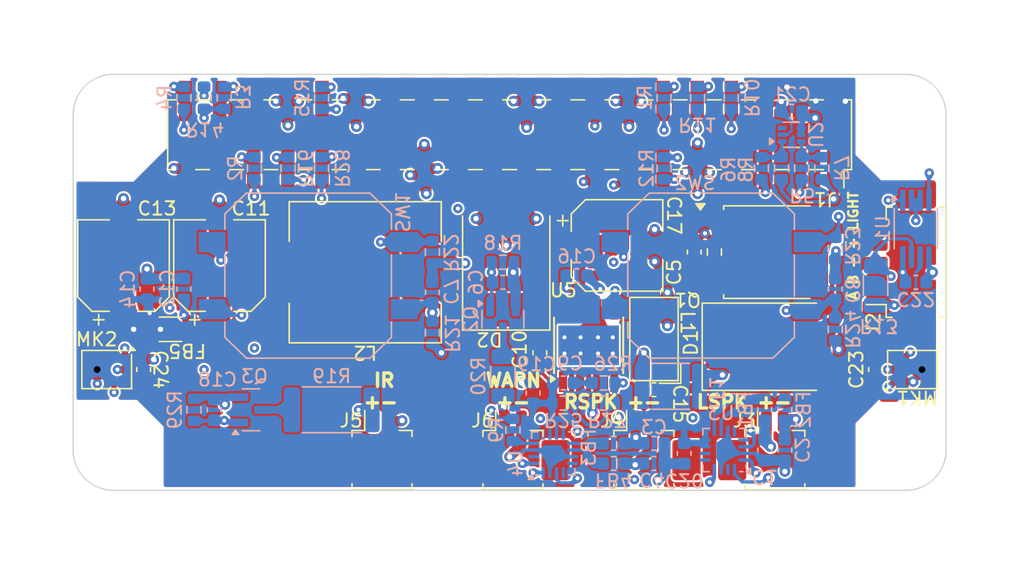
<source format=kicad_pcb>
(kicad_pcb (version 20240108) (generator "pcbnew") (generator_version "8.0")
  (title_block (date "15 nov 2012"))
  (layers (0 "F.Cu" signal) (1 "In1.Cu" signal) (2 "In2.Cu" signal) (3 "In3.Cu" signal) (4 "In4.Cu" signal) (31 "B.Cu" signal) (34 "B.Paste" user) (35 "F.Paste" user) (36 "B.SilkS" user "B.Silkscreen") (37 "F.SilkS" user "F.Silkscreen") (38 "B.Mask" user) (39 "F.Mask" user) (44 "Edge.Cuts" user))
  (net 0 "")
  (net 1 "GND")
  (net 2 "/GPIO2{slash}SDA1")
  (net 3 "/GPIO3{slash}SCL1")
  (net 4 "/GPIO4{slash}GPCLK0")
  (net 5 "/GPIO14{slash}TXD0")
  (net 6 "/GPIO15{slash}RXD0")
  (net 7 "/GPIO17")
  (net 8 "/GPIO27")
  (net 9 "/GPIO22")
  (net 10 "/GPIO26")
  (net 11 "/GPIO24")
  (net 12 "/GPIO10{slash}SPI0.MOSI")
  (net 13 "/GPIO9{slash}SPI0.MISO")
  (net 14 "/GPIO25")
  (net 15 "/GPIO11{slash}SPI0.SCLK")
  (net 16 "/GPIO8{slash}SPI0.CE0")
  (net 17 "/GPIO7{slash}SPI0.CE1")
  (net 18 "/ID_SDA")
  (net 19 "/ID_SCL")
  (net 20 "/GPIO5")
  (net 21 "/GPIO6")
  (net 22 "/GPIO12{slash}PWM0")
  (net 23 "/GPIO13{slash}PWM1")
  (net 24 "/GPIO16")
  (net 25 "+5V")
  (net 26 "/TX")
  (net 27 "/DE")
  (net 28 "/RX")
  (net 29 "/B")
  (net 30 "+3.3V")
  (net 31 "/A")
  (net 32 "GNDPWR")
  (net 33 "/W_LED_G")
  (net 34 "/IR_LED_G")
  (net 35 "/Power/V_SENSE_C")
  (net 36 "Net-(U5-BOOT)")
  (net 37 "/Power/PH")
  (net 38 "/Power/+5V_NF")
  (net 39 "/Power/24V_F")
  (net 40 "/Power/24V_CM")
  (net 41 "/Power/24V_D")
  (net 42 "+24V")
  (net 43 "/Audio/L_OUTP")
  (net 44 "/Audio/L_OUTN")
  (net 45 "/Audio/R_OUTP")
  (net 46 "/Audio/R_OUTN")
  (net 47 "/W_LED")
  (net 48 "/Audio/PCM.FS")
  (net 49 "/Audio/PCM.CLK")
  (net 50 "/Audio/PCM.DIN")
  (net 51 "L_SPKP")
  (net 52 "L_SPKN")
  (net 53 "R_SPKP")
  (net 54 "R_SPKN")
  (net 55 "/Audio/PCM.DOUT")
  (net 56 "/SDA1")
  (net 57 "/SCL1")
  (net 58 "GPIO18{slash}PCM.CLK")
  (net 59 "/Audio/SD_R")
  (net 60 "/IR_LED")
  (net 61 "/RED_LED")
  (net 62 "/SW1_N")
  (net 63 "/SW2_N")
  (net 64 "/Power/V_SENSE")
  (net 79 "GPIO19{slash}PCM.FS")
  (net 80 "GPIO20{slash}PCM.DIN")
  (net 81 "GPIO21{slash}PCM.DOUT")
  (net 82 "GPIO23")
  (net 83 "/R_LED_G")
  (net 84 "/R_LED_D")
  (net 85 "/IR_LED_D")
  (footprint "Connector_PinSocket_2.54mm:PinSocket_2x20_P2.54mm_Vertical_SMD" (layer "F.Cu") (at 132.5 73.5 -90)
    (property "Reference" "J1")
    (property "Value" "PM254-2-20-S-8.5")
  )
  (footprint "Hera:L_CommonModeChoke_4.5x3.2" (layer "F.Cu") (at 143.25 88.725 180)
    (property "Reference" "L1")
    (property "Value" "AWPC00453226601M00")
  )
  (footprint "Diode_SMD:D_SMC" (layer "F.Cu") (at 151.75 89.3)
    (property "Reference" "D1")
    (property "Value" "SS54 SMC")
  )
  (footprint "MountingHole:MountingHole_2.7mm_M2.5" (layer "F.Cu") (at 161.5 73.5)
    (property "Reference" "MH2" (hide yes))
    (property "Value" "MountingHole_2.7mm_M2.5" (hide yes))
  )
  (footprint "Diode_SMD:D_SMC" (layer "F.Cu") (at 132.25 83.15 90)
    (property "Reference" "D2")
    (property "Value" "SS54 SMC")
  )
  (footprint "Connector_Molex:Molex_PicoBlade_53261-0571_1x05-1MP_P1.25mm_Horizontal" (layer "F.Cu") (at 162.25 83 90)
    (property "Reference" "J2")
    (property "Value" "HCZZ0001-5 PicoBlade SMD 1.25mm 1x5")
  )
  (footprint "Capacitor_SMD:C_0603_1608Metric" (layer "F.Cu") (at 143.25 92.5 180)
    (property "Reference" "C15")
    (property "Value" "1uF 0603 50V X5R")
  )
  (footprint "Capacitor_SMD:C_0603_1608Metric" (layer "F.Cu") (at 105.25 91 -90)
    (property "Reference" "C24")
    (property "Value" "10uF 0603 6.3V X5R")
  )
  (footprint "Capacitor_SMD:C_0603_1608Metric" (layer "F.Cu") (at 134.75 89.75 -90)
    (property "Reference" "C10")
    (property "Value" "10nF 0603 50V X7R")
  )
  (footprint "Connector_Molex:Molex_PicoBlade_53261-0271_1x02-1MP_P1.25mm_Horizontal" (layer "F.Cu") (at 132.75 97.25)
    (property "Reference" "J6")
    (property "Value" "HCZZ0001-2 PicoBlade SMD 1.25mm 1x5")
  )
  (footprint "Inductor_SMD:L_1206_3216Metric" (layer "F.Cu") (at 107.25 88 180)
    (property "Reference" "FB5")
    (property "Value" "35mOhm 120Ohm@100MHz 1206")
  )
  (footprint "Connector_Molex:Molex_PicoBlade_53261-0271_1x02-1MP_P1.25mm_Horizontal" (layer "F.Cu") (at 152.25 97.25)
    (property "Reference" "J3")
    (property "Value" "HCZZ0001-2 PicoBlade SMD 1.25mm 1x5")
  )
  (footprint "Capacitor_SMD:CP_Elec_6.3x5.4" (layer "F.Cu") (at 140.5 81.75)
    (property "Reference" "C17")
    (property "Value" "100uF 35V D6.3xL5.4mm")
  )
  (footprint "Connector_Molex:Molex_PicoBlade_53261-0271_1x02-1MP_P1.25mm_Horizontal" (layer "F.Cu") (at 123 97.25)
    (property "Reference" "J5")
    (property "Value" "HCZZ0001-2 PicoBlade SMD 1.25mm 1x5")
  )
  (footprint "Sensor_Audio:InvenSense_ICS-43434-6_3.5x2.65mm" (layer "F.Cu") (at 102.5 91 -90)
    (property "Reference" "MK2")
    (property "Value" "ICS-43434")
  )
  (footprint "MountingHole:MountingHole_2.7mm_M2.5" (layer "F.Cu") (at 103.5 96.5)
    (property "Reference" "MH3" (hide yes))
    (property "Value" "MountingHole_2.7mm_M2.5" (hide yes))
  )
  (footprint "Package_TO_SOT_SMD:TO-252-2" (layer "F.Cu") (at 151.75 82.25)
    (property "Reference" "Q1")
    (property "Value" "NCE2060AK")
  )
  (footprint "MountingHole:MountingHole_2.7mm_M2.5" (layer "F.Cu") (at 103.5 73.5)
    (property "Reference" "MH1" (hide yes))
    (property "Value" "MountingHole_2.7mm_M2.5" (hide yes))
  )
  (footprint "Package_SO:TI_SO-PowerPAD-8_ThermalVias" (layer "F.Cu") (at 138.385 89.2 90)
    (property "Reference" "U5")
    (property "Value" "TPS5430DDA")
  )
  (footprint "Capacitor_SMD:C_0603_1608Metric" (layer "F.Cu") (at 146.25 82.25 -90)
    (property "Reference" "C5")
    (property "Value" "8.2nF 0603 50V X7R")
  )
  (footprint "Connector_Molex:Molex_PicoBlade_53261-0271_1x02-1MP_P1.25mm_Horizontal" (layer "F.Cu") (at 142.5 97.25)
    (property "Reference" "J4")
    (property "Value" "HCZZ0001-2 PicoBlade SMD 1.25mm 1x5")
  )
  (footprint "Capacitor_SMD:C_0603_1608Metric" (layer "F.Cu") (at 159.75 91 90)
    (property "Reference" "C23")
    (property "Value" "10uF 0603 6.3V X5R")
  )
  (footprint "Capacitor_SMD:CP_Elec_6.3x5.4" (layer "F.Cu") (at 103.75 83.25 90)
    (property "Reference" "C13")
    (property "Value" "330uF 6.3V D6.3xL5.4mm")
  )
  (footprint "MountingHole:MountingHole_2.7mm_M2.5" (layer "F.Cu") (at 161.5 96.5)
    (property "Reference" "MH4" (hide yes))
    (property "Value" "MountingHole_2.7mm_M2.5" (hide yes))
  )
  (footprint "Sensor_Audio:InvenSense_ICS-43434-6_3.5x2.65mm" (layer "F.Cu") (at 162.5 91 90)
    (property "Reference" "MK1")
    (property "Value" "ICS-43434")
  )
  (footprint "Resistor_SMD:R_0603_1608Metric" (layer "F.Cu") (at 147.75 82.25 90)
    (property "Reference" "R17" (hide yes))
    (property "Value" "10k 0603 100mW")
  )
  (footprint "Inductor_SMD:L_APV_APH1040" (layer "F.Cu") (at 121.75 83.75 180)
    (property "Reference" "L2")
    (property "Value" "SMMS1040-150M 15uH 4.5A 11.5x10x4mm")
  )
  (footprint "Capacitor_SMD:CP_Elec_6.3x5.4" (layer "F.Cu") (at 110.9 83.25 90)
    (property "Reference" "C11")
    (property "Value" "330uF 6.3V D6.3xL5.4mm")
  )
  (footprint "Resistor_SMD:R_0603_1608Metric" (layer "B.Cu") (at 151.25 76 90)
    (property "Reference" "R6")
    (property "Value" "51R 0603 100mW")
  )
  (footprint "Inductor_SMD:L_0603_1608Metric" (layer "B.Cu") (at 151.5 94 -90)
    (property "Reference" "FB1")
    (property "Value" "70mOhm 330Ohm@100MHz 0603")
  )
  (footprint "Package_DFN_QFN:TQFN-16-1EP_3x3mm_P0.5mm_EP1.23x1.23mm" (layer "B.Cu") (at 135.75 97.25)
    (property "Reference" "U4")
    (property "Value" "MAX98357A")
  )
  (footprint "Resistor_SMD:R_0603_1608Metric" (layer "B.Cu") (at 156.75 88 90)
    (property "Reference" "R24")
    (property "Value" "10k 0603 100mW")
  )
  (footprint "Resistor_SMD:R_0603_1608Metric" (layer "B.Cu") (at 111.25 70.75 -90)
    (property "Reference" "R3")
    (property "Value" "51R 0603 100mW")
  )
  (footprint "Inductor_SMD:L_0603_1608Metric" (layer "B.Cu") (at 153 94 -90)
    (property "Reference" "FB2")
    (property "Value" "70mOhm 330Ohm@100MHz 0603")
  )
  (footprint "Capacitor_SMD:C_0603_1608Metric" (layer "B.Cu") (at 145.5 97.25 90)
    (property "Reference" "C20")
    (property "Value" "10uF 0603 6.3V X5R")
  )
  (footprint "Capacitor_SMD:C_0603_1608Metric" (layer "B.Cu") (at 151.5 97 -90)
    (property "Reference" "C1")
    (property "Value" "470pF 0603 50V X7R")
  )
  (footprint "Resistor_SMD:R_0603_1608Metric" (layer "B.Cu") (at 118.5 70.75 -90)
    (property "Reference" "R15")
    (property "Value" "1k 0603 100mW")
  )
  (footprint "Resistor_SMD:R_0603_1608Metric" (layer "B.Cu") (at 156.75 82 -90)
    (property "Reference" "R23")
    (property "Value" "1k 0603 100mW")
  )
  (footprint "Capacitor_SMD:C_0603_1608Metric" (layer "B.Cu") (at 134.25 92.75 -90)
    (property "Reference" "C19")
    (property "Value" "10uF 0603 6.3V X5R")
  )
  (footprint "Capacitor_SMD:C_0603_1608Metric" (layer "B.Cu") (at 143.25 98 180)
    (property "Reference" "C4")
    (property "Value" "470pF 0603 50V X7R")
  )
  (footprint "Capacitor_SMD:C_0603_1608Metric" (layer "B.Cu") (at 153.5 71.75)
    (property "Reference" "C21")
    (property "Value" "10uF 0603 6.3V X5R")
  )
  (footprint "Fuse:Fuse_1812_4532Metric" (layer "B.Cu") (at 144.5 92.25 180)
    (property "Reference" "F1")
    (property "Value" "mSMD075-33")
  )
  (footprint "Package_TO_SOT_SMD:SOT-563" (layer "B.Cu") (at 153.5 73.5)
    (property "Reference" "U2")
    (property "Value" "TMP102AIDRLR")
  )
  (footprint "Inductor_SMD:L_0603_1608Metric" (layer "B.Cu") (at 140.25 96.5)
    (property "Reference" "FB3")
    (property "Value" "70mOhm 330Ohm@100MHz 0603")
  )
  (footprint "Resistor_SMD:R_0603_1608Metric" (layer "B.Cu") (at 126.75 82.25 -90)
    (property "Reference" "R22")
    (property "Value" "1k 0603 100mW")
  )
  (footprint "Package_TO_SOT_SMD:SOT-23" (layer "B.Cu") (at 113.25 94)
    (property "Reference" "Q3")
    (property "Value" "AO3400A")
  )
  (footprint "Capacitor_SMD:C_0603_1608Metric" (layer "B.Cu") (at 153 97 90)
    (property "Reference" "C2")
    (property "Value" "470pF 0603 50V X7R")
  )
  (footprint "Inductor_SMD:L_0603_1608Metric" (layer "B.Cu") (at 140.25 98)
    (property "Reference" "FB4")
    (property "Value" "70mOhm 330Ohm@100MHz 0603")
  )
  (footprint "Capacitor_SMD:C_0603_1608Metric" (layer "B.Cu") (at 110.5 94 90)
    (property "Reference" "C18")
    (property "Value" "8.2nF 0603 50V X7R")
  )
  (footprint "Resistor_SMD:R_0603_1608Metric" (layer "B.Cu") (at 149 70.75 -90)
    (property "Reference" "R10")
    (property "Value" "51R 0603 100mW")
  )
  (footprint "Resistor_SMD:R_0603_1608Metric" (layer "B.Cu") (at 132 83 180)
    (property "Reference" "R18")
    (property "Value" "10k 0603 100mW")
  )
  (footprint "Resistor_SMD:R_0603_1608Metric" (layer "B.Cu") (at 136.5 93.5 180)
    (property "Reference" "R25")
    (property "Value" "6.8k 0603 100mW")
  )
  (footprint "Package_SO:MSOP-8_3x3mm_P0.65mm" (layer "B.Cu") (at 162.75 80.5 -90)
    (property "Reference" "U1")
    (property "Value" "CS48505M")
  )
  (footprint "Resistor_SMD:R_0603_1608Metric" (layer "B.Cu") (at 113.5 76 -90)
    (property "Reference" "R2")
    (property "Value" "51R 0603 100mW")
  )
  (footprint "Capacitor_SMD:C_0603_1608Metric" (layer "B.Cu") (at 132 84.5)
    (property "Reference" "C6")
    (property "Value" "8.2nF 0603 50V X7R")
  )
  (footprint "Resistor_SMD:R_0603_1608Metric" (layer "B.Cu") (at 154.25 76 90)
    (property "Reference" "R5")
    (property "Value" "51R 0603 100mW")
  )
  (footprint "Capacitor_SMD:C_0603_1608Metric" (layer "B.Cu") (at 136.5 92 180)
    (property "Reference" "C9")
    (property "Value" "47nF 0603 50V X7R")
  )
  (footprint "Resistor_SMD:R_0603_1608Metric" (layer "B.Cu") (at 132.75 95.5 90)
    (property "Reference" "R9")
    (property "Value" "220k 0603 100mW")
  )
  (footprint "Capacitor_SMD:C_0603_1608Metric" (layer "B.Cu") (at 156.75 85 90)
    (property "Reference" "C8")
    (property "Value" "100nF 0603 50V X7R")
  )
  (footprint "Capacitor_SMD:C_0603_1608Metric" (layer "B.Cu") (at 108.25 85 -90)
    (property "Reference" "C12")
    (property "Value" "10uF 0603 6.3V X5R")
  )
  (footprint "Resistor_SMD:R_0603_1608Metric" (layer "B.Cu") (at 152.75 76 90)
    (property "Reference" "R8")
    (property "Value" "4.7k 0603 100mW")
  )
  (footprint "Capacitor_SMD:C_0603_1608Metric" (layer "B.Cu") (at 105.5 85 -90)
    (property "Reference" "C14")
    (property "Value" "10uF 0603 6.3V X5R")
  )
  (footprint "Capacitor_SMD:C_0603_1608Metric" (layer "B.Cu") (at 126.75 85.25 90)
    (property "Reference" "C7")
    (property "Value" "100nF 0603 50V X7R")
  )
  (footprint "Resistor_SMD:R_0603_1608Metric" (layer "B.Cu") (at 144 70.75 -90)
    (property "Reference" "R1")
    (property "Value" "51R 0603 100mW")
  )
  (footprint "Capacitor_SMD:C_0603_1608Metric" (layer "B.Cu") (at 143.25 96.5)
    (property "Reference" "C3")
    (property "Value" "470pF 0603 50V X7R")
  )
  (footprint "Resistor_SMD:R_0603_1608Metric" (layer "B.Cu") (at 144 76 90)
    (property "Reference" "R12")
    (property "Value" "51R 0603 100mW")
  )
  (footprint "Resistor_SMD:R_2512_6332Metric" (layer "B.Cu") (at 119.25 94)
    (property "Reference" "R19")
    (property "Value" "22 2512 1.5W")
  )
  (footprint "Resistor_SMD:R_1206_3216Metric" (layer "B.Cu") (at 132 91.5 -90)
    (property "Reference" "R20")
    (property "Value" "120R 1206 250mW")
  )
  (footprint "Resistor_SMD:R_1206_3216Metric" (layer "B.Cu") (at 159.75 84.75 90)
    (property "Reference" "R13")
    (property "Value" "120R 1206 250mW")
  )
  (footprint "Resistor_SMD:R_0603_1608Metric" (layer "B.Cu") (at 118.5 76 -90)
    (property "Reference" "R28")
    (property "Value" "51R 0603 100mW")
  )
  (footprint "Resistor_SMD:R_0603_1608Metric" (layer "B.Cu") (at 126.75 88.25 90)
    (property "Reference" "R21")
    (property "Value" "10k 0603 100mW")
  )
  (footprint "Resistor_SMD:R_0603_1608Metric" (layer "B.Cu") (at 146.5 70.75 -90)
    (property "Reference" "R11")
    (property "Value" "51R 0603 100mW")
  )
  (footprint "Resistor_SMD:R_0603_1608Metric" (layer "B.Cu") (at 109.75 70.75 90)
    (property "Reference" "R14")
    (property "Value" "220k 0603 100mW")
  )
  (footprint "Button_Switch_SMD:SW_Push_1P1T_NO_CK_PTS125Sx43PSMTR" (layer "B.Cu") (at 147.5 84 180)
    (property "Reference" "SW2")
    (property "Value" "TS-1003ST-26")
  )
  (footprint "Resistor_SMD:R_0603_1608Metric" (layer "B.Cu") (at 109 94 -90)
    (property "Reference" "R29")
    (property "Value" "10k 0603 100mW")
  )
  (footprint "Capacitor_SMD:C_0603_1608Metric" (layer "B.Cu") (at 137.5 84 180)
    (property "Reference" "C16")
    (property "Value" "1uF 0603 50V X5R")
  )
  (footprint "Resistor_SMD:R_0603_1608Metric" (layer "B.Cu") (at 139.5 92 180)
    (property "Reference" "R26")
    (property "Value" "120 0603 100mW")
  )
  (footprint "Resistor_SMD:R_0603_1608Metric" (layer "B.Cu") (at 155.75 76 90)
    (property "Reference" "R7")
    (property "Value" "4.7k 0603 100mW")
  )
  (footprint "Resistor_SMD:R_0603_1608Metric" (layer "B.Cu") (at 139.5 93.5)
    (property "Reference" "R27")
    (property "Value" "2.2k 0603 100mW")
  )
  (footprint "Button_Switch_SMD:SW_Push_1P1T_NO_CK_PTS125Sx43PSMTR" (layer "B.Cu") (at 117.5 84 180)
    (property "Reference" "SW1")
    (property "Value" "TS-1003ST-26")
  )
  (footprint "Package_DFN_QFN:TQFN-16-1EP_3x3mm_P0.5mm_EP1.23x1.23mm" (layer "B.Cu") (at 148.5 97 90)
    (property "Reference" "U3")
    (property "Value" "MAX98357A")
  )
  (footprint "Resistor_SMD:R_0603_1608Metric" (layer "B.Cu") (at 116 76 -90)
    (property "Reference" "R16")
    (property "Value" "51R 0603 100mW")
  )
  (footprint "Capacitor_SMD:C_0603_1608Metric" (layer "B.Cu") (at 162.75 84.5 180)
    (property "Reference" "C22")
    (property "Value" "10uF 0603 6.3V X5R")
  )
  (footprint "Package_TO_SOT_SMD:SOT-23" (layer "B.Cu") (at 132 87.25 -90)
    (property "Reference" "Q2")
    (property "Value" "AO3400A")
  )
  (footprint "Resistor_SMD:R_0603_1608Metric" (layer "B.Cu") (at 108.25 70.75 -90)
    (property "Reference" "R4")
    (property "Value" "51R 0603 100mW")
  )
  (gr_arc (start 162 69) (mid 164.12132 69.87868) (end 165 72) (stroke (width 0.1)) (layer "Edge.Cuts"))
  (gr_line (start 165 97) (end 165 72) (stroke (width 0.1)) (layer "Edge.Cuts"))
  (gr_line (start 100 72) (end 100 97) (stroke (width 0.1)) (layer "Edge.Cuts"))
  (gr_arc (start 103 100) (mid 100.87868 99.12132) (end 100 97) (stroke (width 0.1)) (layer "Edge.Cuts"))
  (gr_line (start 103 100) (end 162 100) (stroke (width 0.1)) (layer "Edge.Cuts"))
  (gr_arc (start 165 97) (mid 164.12132 99.12132) (end 162 100) (stroke (width 0.1)) (layer "Edge.Cuts"))
  (gr_arc (start 100 72) (mid 100.87868 69.87868) (end 103 69) (stroke (width 0.1)) (layer "Edge.Cuts"))
  (gr_line (start 162 69) (end 103 69) (stroke (width 0.1)) (layer "Edge.Cuts"))
  (gr_text "A B - + LIGHT" (at 158.5 85.9 90) (layer "F.SilkS") (effects (font (size 0.7 0.7) (thickness 0.175) (bold yes)) (justify left bottom)))
  (gr_text "WARN\n +-" (at 130.6 94 0) (layer "F.SilkS") (effects (font (size 1 1) (thickness 0.25) (bold yes)) (justify left bottom)))
  (gr_text "LSPK +-" (at 146.3 94 0) (layer "F.SilkS") (effects (font (size 1 1) (thickness 0.25) (bold yes)) (justify left bottom)))
  (gr_text "RSPK +-" (at 136.4 94 0) (layer "F.SilkS") (effects (font (size 1 1) (thickness 0.25) (bold yes)) (justify left bottom)))
  (gr_text " IR\n+-" (at 121.5 94 0) (layer "F.SilkS") (effects (font (size 1 1) (thickness 0.25) (bold yes)) (justify left bottom)))
  (segment (start 121.07 70.98) (end 121.98 70.98) (width 0.762) (layer "F.Cu") (net 1))
  (segment (start 133.375 94.85) (end 133.375 96.625) (width 0.762) (layer "F.Cu") (net 1))
  (segment (start 143.3 81.75) (end 143.3 82.95) (width 0.762) (layer "F.Cu") (net 1))
  (segment (start 146.47 76.02) (end 146.47 74.13) (width 0.762) (layer "F.Cu") (net 1))
  (segment (start 140.42 70.98) (end 140.4 71) (width 0.762) (layer "F.Cu") (net 1))
  (segment (start 142.28 70.98) (end 142.3 71) (width 0.762) (layer "F.Cu") (net 1))
  (segment (start 121.07 72.87) (end 121.1 72.9) (width 0.762) (layer "F.Cu") (net 1))
  (segment (start 101.79 92.04) (end 101.8 92.05) (width 0.254) (layer "F.Cu") (net 1))
  (segment (start 144.25 86.5) (end 144.25 87.75) (width 0.762) (layer "F.Cu") (net 1))
  (segment (start 161.9 92.45) (end 161.958 92.392) (width 0.508) (layer "F.Cu") (net 1))
  (segment (start 133.77 70.98) (end 132.82 70.98) (width 0.762) (layer "F.Cu") (net 1))
  (segment (start 110.9 80.45) (end 110.9 78.35) (width 0.762) (layer "F.Cu") (net 1))
  (segment (start 134.5 79.75) (end 132.25 79.75) (width 0.762) (layer "F.Cu") (net 1))
  (segment (start 120.881684 70.791684) (end 120.108317 70.791684) (width 0.762) (layer "F.Cu") (net 1))
  (segment (start 126.15 76.02) (end 127.13 76.02) (width 0.762) (layer "F.Cu") (net 1))
  (segment (start 144.25 83.9) (end 143.3 82.95) (width 0.762) (layer "F.Cu") (net 1))
  (segment (start 146.47 74.13) (end 146.5 74.1) (width 0.762) (layer "F.Cu") (net 1))
  (segment (start 132.25 79.75) (end 132.25 81.75) (width 0.762) (layer "F.Cu") (net 1))
  (segment (start 139.02 86.5) (end 139.02 88.565) (width 0.762) (layer "F.Cu") (net 1))
  (segment (start 105.25 90.225) (end 105.975 90.225) (width 0.762) (layer "F.Cu") (net 1))
  (segment (start 159.75 91.775) (end 159.75 92.6) (width 0.508) (layer "F.Cu") (net 1))
  (segment (start 161.958 91.9) (end 162.55 91.9) (width 0.508) (layer "F.Cu") (net 1))
  (segment (start 141.39 72.89) (end 141.4 72.9) (width 0.762) (layer "F.Cu") (net 1))
  (segment (start 141.39 70.98) (end 140.42 70.98) (width 0.762) (layer "F.Cu") (net 1))
  (segment (start 115.99 72.79) (end 116 72.8) (width 0.762) (layer "F.Cu") (net 1))
  (segment (start 144.25 85.25) (end 144.25 83.9) (width 0.762) (layer "F.Cu") (net 1))
  (segment (start 133.375 96.625) (end 132.5 97.5) (width 0.762) (layer "F.Cu") (net 1))
  (segment (start 146.47 76.02) (end 146.47 77.87) (width 0.762) (layer "F.Cu") (net 1))
  (segment (start 126.1 76.5) (end 126.15 76.45) (width 0.762) (layer "F.Cu") (net 1))
  (segment (start 134.68 70.98) (end 134.7 71) (width 0.762) (layer "F.Cu") (net 1))
  (segment (start 132.25 79.75) (end 130 79.75) (width 0.762) (layer "F.Cu") (net 1))
  (segment (start 103.75 80.45) (end 103.75 78.25) (width 0.762) (layer "F.Cu") (net 1))
  (segment (start 115.12 70.98) (end 115.1 71) (width 0.762) (layer "F.Cu") (net 1))
  (segment (start 146.47 77.87) (end 146.5 77.9) (width 0.762) (layer "F.Cu") (net 1))
  (segment (start 132.82 70.98) (end 132.8 71) (width 0.762) (layer "F.Cu") (net 1))
  (segment (start 107.52 76.02) (end 107.5 76) (width 0.762) (layer "F.Cu") (net 1))
  (segment (start 105.975 90.225) (end 106 90.25) (width 0.762) (layer "F.Cu") (net 1))
  (segment (start 126.15 76.02) (end 126.3 76.17) (width 0.762) (layer "F.Cu") (net 1))
  (segment (start 127.13 76.02) (end 127.15 76) (width 0.762) (layer "F.Cu") (net 1))
  (segment (start 146.47 76.02) (end 146.75 76.3) (width 0.762) (layer "F.Cu") (net 1))
  (segment (start 146.47 76.02) (end 146.19 76.3) (width 0.762) (layer "F.Cu") (net 1))
  (segment (start 121.07 70.98) (end 120.881684 70.791684) (width 0.762) (layer "F.Cu") (net 1))
  (segment (start 126.15 76.45) (end 126.15 76.02) (width 0.762) (layer "F.Cu") (net 1))
  (segment (start 121.07 70.98) (end 121.07 72.87) (width 0.762) (layer "F.Cu") (net 1))
  (segment (start 115.99 70.98) (end 116.78 70.98) (width 0.762) (layer "F.Cu") (net 1))
  (segment (start 125.1 76.5) (end 126.1 76.5) (width 0.762) (layer "F.Cu") (net 1))
  (segment (start 123.625 94.85) (end 124.45 94.85) (width 0.762) (layer "F.Cu") (net 1))
  (segment (start 101.79 91.6625) (end 101.79 92.04) (width 0.254) (layer "F.Cu") (net 1))
  (segment (start 121.98 70.98) (end 122 71) (width 0.762) (layer "F.Cu") (net 1))
  (segment (start 116.78 70.98) (end 116.8 71) (width 0.762) (layer "F.Cu") (net 1))
  (segment (start 141.39 70.98) (end 142.28 70.98) (width 0.762) (layer "F.Cu") (net 1))
  (segment (start 115.99 70.98) (end 115.12 70.98) (width 0.762) (layer "F.Cu") (net 1))
  (segment (start 115.99 70.98) (end 115.99 72.79) (width 0.762) (layer "F.Cu") (net 1))
  (segment (start 161.958 92.392) (end 161.958 91.9) (width 0.508) (layer "F.Cu") (net 1))
  (segment (start 133.77 70.98) (end 134.68 70.98) (width 0.762) (layer "F.Cu") (net 1))
  (segment (start 124.45 94.85) (end 124.5 94.8) (width 0.762) (layer "F.Cu") (net 1))
  (segment (start 160.3 93.15) (end 161.25 93.15) (width 0.508) (layer "F.Cu") (net 1))
  (segment (start 143.3 81.75) (end 143.3 80.55) (width 0.762) (layer "F.Cu") (net 1))
  (segment (start 152.68 70.98) (end 152.725 71.025) (width 0.762) (layer "F.Cu") (net 1))
  (segment (start 146.19 76.3) (end 145.6 76.3) (width 0.762) (layer "F.Cu") (net 1))
  (segment (start 161.9 92.5) (end 161.9 92.45) (width 0.508) (layer "F.Cu") (net 1))
  (segment (start 108.37 76.02) (end 107.52 76.02) (width 0.762) (layer "F.Cu") (net 1))
  (segment (start 141.39 70.98) (end 141.39 72.89) (width 0.762) (layer "F.Cu") (net 1))
  (segment (start 151.55 70.98) (end 152.68 70.98) (width 0.762) (layer "F.Cu") (net 1))
  (segment (start 126.15 76.02) (end 126.15 74.2) (width 0.762) (layer "F.Cu") (net 1))
  (segment (start 146.75 76.3) (end 147.4 76.3) (width 0.762) (layer "F.Cu") (net 1))
  (segment (start 133.77 70.98) (end 133.77 72.97) (width 0.762) (layer "F.Cu") (net 1))
  (segment (start 161.25 93.15) (end 161.9 92.5) (width 0.508) (layer "F.Cu") (net 1))
  (segment (start 144.25 86.5) (end 144.25 85.25) (width 0.762) (layer "F.Cu") (net 1))
  (segment (start 159.75 92.6) (end 160.3 93.15) (width 0.508) (layer "F.Cu") (net 1))
  (segment (start 126.3 76.17) (end 126.3 77.9) (width 0.762) (layer "F.Cu") (net 1))
  (via (at 142.3 71) (size 0.8) (drill 0.4) (layers "F.Cu" "B.Cu") (net 1))
  (via (at 146.5 74.1) (size 0.8) (drill 0.4) (layers "F.Cu" "B.Cu") (net 1))
  (via (at 125.1 76.5) (size 0.8) (drill 0.4) (layers "F.Cu" "B.Cu") (net 1))
  (via (at 121.1 72.9) (size 0.8) (drill 0.4) (layers "F.Cu" "B.Cu") (net 1))
  (via (at 126.15 74.2) (size 0.8) (drill 0.4) (layers "F.Cu" "B.Cu") (net 1))
  (via (at 141.4 72.9) (size 0.8) (drill 0.4) (layers "F.Cu" "B.Cu") (net 1))
  (via (at 130 79.75) (size 0.8) (drill 0.4) (layers "F.Cu" "B.Cu") (net 1))
  (via (at 139.25 85) (size 0.7) (drill 0.3) (layers "F.Cu" "B.Cu") (net 1))
  (via (at 144.25 87.75) (size 0.8) (drill 0.4) (layers "F.Cu" "B.Cu") (net 1))
  (via (at 120.108317 70.791684) (size 0.8) (drill 0.4) (layers "F.Cu" "B.Cu") (net 1))
  (via (at 138.675 94.275) (size 0.8) (drill 0.4) (layers "F.Cu" "B.Cu") (net 1))
  (via (at 132.775 83.75) (size 0.8) (drill 0.4) (layers "F.Cu" "B.Cu") (net 1))
  (via (at 134.7 71) (size 0.8) (drill 0.4) (layers "F.Cu" "B.Cu") (net 1))
  (via (at 132.5 97.5) (size 0.8) (drill 0.4) (layers "F.Cu" "B.Cu") (net 1))
  (via (at 152.725 71.025) (size 0.8) (drill 0.4) (layers "F.Cu" "B.Cu") (net 1))
  (via (at 105.5 83.5) (size 0.8) (drill 0.4) (layers "F.Cu" "B.Cu") (net 1))
  (via (at 127.15 76) (size 0.8) (drill 0.4) (layers "F.Cu" "B.Cu") (net 1))
  (via (at 132.25 81.75) (size 0.8) (drill 0.4) (layers "F.Cu" "B.Cu") (net 1))
  (via (at 129.175 83.075) (size 0.8) (drill 0.4) (layers "F.Cu" "B.Cu") (net 1))
  (via (at 116.8 71) (size 0.8) (drill 0.4) (layers "F.Cu" "B.Cu") (net 1))
  (via (at 116 72.8) (size 0.8) (drill 0.4) (layers "F.Cu" "B.Cu") (net 1))
  (via (at 126.3 77.9) (size 0.8) (drill 0.4) (layers "F.Cu" "B.Cu") (net 1))
  (via (at 144.25 85.25) (size 0.8) (drill 0.4) (layers "F.Cu" "B.Cu") (net 1))
  (via (at 103.75 78.25) (size 0.8) (drill 0.4) (layers "F.Cu" "B.Cu") (net 1))
  (via (at 107.5 76) (size 0.8) (drill 0.4) (layers "F.Cu" "B.Cu") (net 1))
  (via (at 109.75 70.6) (size 0.7) (drill 0.3) (layers "F.Cu" "B.Cu") (net 1))
  (via (at 146.5 77.9) (size 0.8) (drill 0.4) (layers "F.Cu" "B.Cu") (net 1))
  (via (at 132.8 71) (size 0.8) (drill 0.4) (layers "F.Cu" "B.Cu") (net 1))
  (via (at 162.55 91.9) (size 0.8) (drill 0.4) (layers "F.Cu" "B.Cu") (net 1))
  (via (at 106 90.25) (size 0.8) (drill 0.4) (layers "F.Cu" "B.Cu") (net 1))
  (via (at 143.55 99.25) (size 0.8) (drill 0.4) (layers "F.Cu" "B.Cu") (net 1))
  (via (at 133.4 92) (size 0.8) (drill 0.4) (layers "F.Cu" "B.Cu") (net 1))
  (via (at 143.3 82.95) (size 0.8) (drill 0.4) (layers "F.Cu" "B.Cu") (net 1))
  (via (at 110.9 78.35) (size 0.8) (drill 0.4) (layers "F.Cu" "B.Cu") (net 1))
  (via (at 156.8 82.15) (size 0.7) (drill 0.3) (layers "F.Cu" "B.Cu") (net 1))
  (via (at 147.4 76.3) (size 0.8) (drill 0.4) (layers "F.Cu" "B.Cu") (net 1))
  (via (at 133.77 72.97) (size 0.8) (drill 0.4) (layers "F.Cu" "B.Cu") (net 1))
  (via (at 122 71) (size 0.8) (drill 0.4) (layers "F.Cu" "B.Cu") (net 1))
  (via (at 145.6 76.3) (size 0.8) (drill 0.4) (layers "F.Cu" "B.Cu") (net 1))
  (via (at 153 98.6) (size 0.8) (drill 0.4) (layers "F.Cu" "B.Cu") (net 1))
  (via (at 111.3 93.6) (size 0.8) (drill 0.4) (layers "F.Cu" "B.Cu") (net 1))
  (via (at 134.5 79.75) (size 0.8) (drill 0.4) (layers "F.Cu" "B.Cu") (net 1))
  (via (at 143.3 80.55) (size 0.8) (drill 0.4) (layers "F.Cu" "B.Cu") (net 1))
  (via (at 101.8 92.05) (size 0.7) (drill 0.3) (layers "F.Cu" "B.Cu") (net 1))
  (via (at 115.1 71) (size 0.8) (drill 0.4) (layers "F.Cu" "B.Cu") (net 1))
  (via (at 124.5 94.8) (size 0.8) (drill 0.4) (layers "F.Cu" "B.Cu") (net 1))
  (via (at 164 83.75) (size 0.8) (drill 0.4) (layers "F.Cu" "B.Cu") (net 1))
  (via (at 140.4 71) (size 0.8) (drill 0.4) (layers "F.Cu" "B.Cu") (net 1))
  (segment (start 135.5 97.5) (end 135.75 97.25) (width 0.254) (layer "B.Cu") (net 1))
  (segment (start 156.75 82.2) (end 156.75 82.825) (width 0.254) (layer "B.Cu") (net 1))
  (segment (start 148.75 97.25) (end 148.5 97) (width 0.254) (layer "B.Cu") (net 1))
  (segment (start 132.8 97.2) (end 133.35 97.2) (width 0.254) (layer "B.Cu") (net 1))
  (segment (start 126.75 84.475) (end 126.75 83.075) (width 0.762) (layer "B.Cu") (net 1))
  (segment (start 156.75 84.225) (end 156.75 82.825) (width 0.762) (layer "B.Cu") (net 1))
  (segment (start 138.275 84.025) (end 139.25 85) (width 0.508) (layer "B.Cu") (net 1))
  (segment (start 148.25 97.25) (end 148.5 97) (width 0.254) (layer "B.Cu") (net 1))
  (segment (start 163.725 82.6125) (end 163.725 83.75) (width 0.254) (layer "B.Cu") (net 1))
  (segment (start 163.725 84.3) (end 163.525 84.5) (width 0.254) (layer "B.Cu") (net 1))
  (segment (start 132.95 86.3125) (end 132.95 84.675) (width 0.762) (layer "B.Cu") (net 1))
  (segment (start 135.5 97) (end 135.75 97.25) (width 0.254) (layer "B.Cu") (net 1))
  (segment (start 134.3125 97) (end 135.5 97) (width 0.254) (layer "B.Cu") (net 1))
  (segment (start 133.425 91.975) (end 133.4 92) (width 0.762) (layer "B.Cu") (net 1))
  (segment (start 152.7875 73.5) (end 153.21 73.5) (width 0.2) (layer "B.Cu") (net 1))
  (segment (start 132.95 84.675) (end 132.775 84.5) (width 0.762) (layer "B.Cu") (net 1))
  (segment (start 153.49 72.515) (end 152.725 71.75) (width 0.2) (layer "B.Cu") (net 1))
  (segment (start 132.775 84.5) (end 132.775 83.05) (width 0.762) (layer "B.Cu") (net 1))
  (segment (start 133.55 97) (end 134.3125 97) (width 0.254) (layer "B.Cu") (net 1))
  (segment (start 105.5 84.225) (end 105.5 83.5) (width 0.762) (layer "B.Cu") (net 1))
  (segment (start 144.05 98.025) (end 144.025 98) (width 0.762) (layer "B.Cu") (net 1))
  (segment (start 153.49 73.22) (end 153.49 72.515) (width 0.2) (layer "B.Cu") (net 1))
  (segment (start 151.5 97.775) (end 153 97.775) (width 0.762) (layer "B.Cu") (net 1))
  (segment (start 163.725 83.75) (end 164 83.75) (width 0.254) (layer "B.Cu") (net 1))
  (segment (start 135.5 98.6875) (end 135.5 97.5) (width 0.254) (layer "B.Cu") (net 1))
  (segment (start 138.7 94.3) (end 138.675 94.275) (width 0.762) (layer "B.Cu") (net 1))
  (segment (start 143.55 99.25) (end 144.025 98.775) (width 0.762) (layer "B.Cu") (net 1))
  (segment (start 153.21 73.5) (end 153.49 73.22) (width 0.2) (layer "B.Cu") (net 1))
  (segment (start 149.9375 97.25) (end 150.975 97.25) (width 0.254) (layer "B.Cu") (net 1))
  (segment (start 149.9375 97.25) (end 148.75 97.25) (width 0.254) (layer "B.Cu") (net 1))
  (segment (start 137.1875 97.5) (end 136 97.5) (width 0.254) (layer "B.Cu") (net 1))
  (segment (start 156.8 82.15) (end 156.75 82.2) (width 0.254) (layer "B.Cu") (net 1))
  (segment (start 132.775 83.05) (end 132.825 83) (width 0.762) (layer "B.Cu") (net 1))
  (segment (start 111.3 93.05) (end 109.125 93.05) (width 0.508) (layer "B.Cu") (net 1))
  (segment (start 138.275 84) (end 138.275 84.025) (width 0.508) (layer "B.Cu") (net 1))
  (segment (start 144.025 98.775) (end 144.025 98) (width 0.762) (layer "B.Cu") (net 1))
  (segment (start 153 97.775) (end 153 98.6) (width 0.762) (layer "B.Cu") (net 1))
  (segment (start 144.025 96.5) (end 144.025 98) (width 0.762) (layer "B.Cu") (net 1))
  (segment (start 134.25 91.975) (end 133.425 91.975) (width 0.762) (layer "B.Cu") (net 1))
  (segment (start 109.125 93.05) (end 109 93.175) (width 0.508) (layer "B.Cu") (net 1))
  (segment (start 108.25 84.225) (end 105.5 84.225) (width 0.762) (layer "B.Cu") (net 1))
  (segment (start 109.75 69.925) (end 109.75 70.6) (width 0.254) (layer "B.Cu") (net 1))
  (segment (start 136 97.5) (end 135.75 97.25) (width 0.254) (layer "B.Cu") (net 1))
  (segment (start 132.5 97.5) (end 132.8 97.2) (width 0.254) (layer "B.Cu") (net 1))
  (segment (start 133.35 97.2) (end 133.55 97) (width 0.254) (layer "B.Cu") (net 1))
  (segment (start 148.25 98.4375) (end 148.25 97.25) (width 0.254) (layer "B.Cu") (net 1))
  (segment (start 112.3125 93.05) (end 111.3 93.05) (width 0.508) (layer "B.Cu") (net 1))
  (segment (start 126.75 83.075) (end 129.175 83.075) (width 0.762) (layer "B.Cu") (net 1))
  (segment (start 111.3 93.05) (end 111.3 93.6) (width 0.508) (layer "B.Cu") (net 1))
  (segment (start 152.75 71) (end 152.725 71.025) (width 0.762) (layer "B.Cu") (net 1))
  (segment (start 148.75 96.75) (end 148.5 97) (width 0.254) (layer "B.Cu") (net 1))
  (segment (start 163.725 83.75) (end 163.725 84.3) (width 0.254) (layer "B.Cu") (net 1))
  (segment (start 138.675 93.5) (end 138.675 94.275) (width 0.762) (layer "B.Cu") (net 1))
  (segment (start 145.5 98.025) (end 144.05 98.025) (width 0.762) (layer "B.Cu") (net 1))
  (segment (start 150.975 97.25) (end 151.5 97.775) (width 0.254) (layer "B.Cu") (net 1))
  (segment (start 148.75 95.5625) (end 148.75 96.75) (width 0.254) (layer "B.Cu") (net 1))
  (segment (start 152.725 71.75) (end 152.725 71.025) (width 0.762) (layer "B.Cu") (net 1))
  (segment (start 154.09 77.79) (end 154.1 77.8) (width 0.254) (layer "F.Cu") (net 2))
  (segment (start 154.09 76.02) (end 154.09 77.79) (width 0.254) (layer "F.Cu") (net 2))
  (via (at 154.1 77.8) (size 0.7) (drill 0.3) (layers "F.Cu" "B.Cu") (net 2))
  (segment (start 154.1 76.975) (end 154.25 76.825) (width 0.254) (layer "B.Cu") (net 2))
  (segment (start 154.1 77.8) (end 154.1 76.975) (width 0.254) (layer "B.Cu") (net 2))
  (segment (start 151.55 76.02) (end 151.55 77.8) (width 0.254) (layer "F.Cu") (net 3))
  (via (at 151.55 77.8) (size 0.7) (drill 0.3) (layers "F.Cu" "B.Cu") (net 3))
  (segment (start 151.55 77.125) (end 151.25 76.825) (width 0.254) (layer "B.Cu") (net 3))
  (segment (start 151.55 77.8) (end 151.55 77.125) (width 0.254) (layer "B.Cu") (net 3))
  (segment (start 149.775 69.925) (end 149.425 69.925) (width 0.254) (layer "F.Cu") (net 5))
  (via (at 149.775 69.925) (size 0.7) (drill 0.3) (layers "F.Cu" "B.Cu") (net 5))
  (segment (start 149 69.925) (end 149.775 69.925) (width 0.254) (layer "B.Cu") (net 5))
  (segment (start 149.8 69.95) (end 149.775 69.925) (width 0.254) (layer "B.Cu") (net 5))
  (segment (start 147.3 69.9) (end 146.85 69.9) (width 0.254) (layer "F.Cu") (net 6))
  (via (at 147.3 69.9) (size 0.7) (drill 0.3) (layers "F.Cu" "B.Cu") (net 6))
  (segment (start 147.275 69.925) (end 147.3 69.9) (width 0.254) (layer "B.Cu") (net 6))
  (segment (start 146.5 69.925) (end 147.275 69.925) (width 0.254) (layer "B.Cu") (net 6))
  (segment (start 144.775 76.825) (end 144.225 76.825) (width 0.254) (layer "F.Cu") (net 7))
  (via (at 144.775 76.825) (size 0.7) (drill 0.3) (layers "F.Cu" "B.Cu") (net 7))
  (segment (start 144 76.825) (end 144.775 76.825) (width 0.254) (layer "B.Cu") (net 7))
  (segment (start 144.8 76.85) (end 144.775 76.825) (width 0.254) (layer "B.Cu") (net 7))
  (segment (start 140.25 77.25) (end 141.25 77.25) (width 0.254) (layer "F.Cu") (net 8))
  (via (at 126.75 86.75) (size 0.8) (drill 0.4) (layers "F.Cu" "B.Cu") (net 8))
  (via (at 140.25 77.25) (size 0.7) (drill 0.3) (layers "F.Cu" "B.Cu") (net 8))
  (via (at 140.25 83) (size 0.7) (drill 0.3) (layers "F.Cu" "B.Cu") (net 8))
  (via (at 112.55 86.95) (size 0.7) (drill 0.3) (layers "F.Cu" "B.Cu") (net 8))
  (segment (start 124.65 86.5) (end 125.125 86.025) (width 0.254) (layer "B.Cu") (net 8))
  (segment (start 126.75 86.025) (end 126.75 87.425) (width 0.254) (layer "B.Cu") (net 8))
  (segment (start 125.125 86.025) (end 126.75 86.025) (width 0.254) (layer "B.Cu") (net 8))
  (segment (start 110.35 86.5) (end 110.8 86.95) (width 0.254) (layer "B.Cu") (net 8))
  (segment (start 110.8 86.95) (end 112.55 86.95) (width 0.254) (layer "B.Cu") (net 8))
  (segment (start 138 77) (end 138.75 77) (width 0.254) (layer "F.Cu") (net 9))
  (via (at 138 77) (size 0.7) (drill 0.3) (layers "F.Cu" "B.Cu") (net 9))
  (via (at 153.1 86.6) (size 0.7) (drill 0.3) (layers "F.Cu" "B.Cu") (net 9))
  (via (at 140.35 85.1) (size 0.7) (drill 0.3) (layers "F.Cu" "B.Cu") (net 9))
  (segment (start 156.75 85.775) (end 156.75 87.175) (width 0.254) (layer "B.Cu") (net 9))
  (segment (start 156.525 86) (end 156.75 85.775) (width 0.254) (layer "B.Cu") (net 9))
  (segment (start 155.15 86) (end 156.525 86) (width 0.254) (layer "B.Cu") (net 9))
  (segment (start 154.65 86.5) (end 155.15 86) (width 0.254) (layer "B.Cu") (net 9))
  (segment (start 154.55 86.6) (end 154.65 86.5) (width 0.254) (layer "B.Cu") (net 9))
  (segment (start 153.1 86.6) (end 154.55 86.6) (width 0.254) (layer "B.Cu") (net 9))
  (segment (start 140.25 85) (end 140.35 85.1) (width 0.254) (layer "B.Cu") (net 9))
  (segment (start 140.35 86.5) (end 140.35 85.1) (width 0.254) (layer "B.Cu") (net 9))
  (segment (start 119.25 75.15) (end 118.6 75.15) (width 0.254) (layer "F.Cu") (net 21))
  (via (at 119.25 75.15) (size 0.7) (drill 0.3) (layers "F.Cu" "B.Cu") (net 21))
  (segment (start 118.5 75.175) (end 118.525 75.15) (width 0.254) (layer "B.Cu") (net 21))
  (segment (start 118.525 75.15) (end 119.25 75.15) (width 0.254) (layer "B.Cu") (net 21))
  (segment (start 119.2 69.95) (end 118.95 69.95) (width 0.254) (layer "F.Cu") (net 22))
  (via (at 119.2 69.95) (size 0.7) (drill 0.3) (layers "F.Cu" "B.Cu") (net 22))
  (segment (start 119.225 69.925) (end 119.2 69.95) (width 0.254) (layer "B.Cu") (net 22))
  (segment (start 118.5 69.925) (end 119.225 69.925) (width 0.254) (layer "B.Cu") (net 22))
  (segment (start 115.15 75.2) (end 115.65 75.2) (width 0.254) (layer "F.Cu") (net 23))
  (via (at 115.15 75.2) (size 0.7) (drill 0.3) (layers "F.Cu" "B.Cu") (net 23))
  (segment (start 116 75.175) (end 115.175 75.175) (width 0.254) (layer "B.Cu") (net 23))
  (segment (start 115.175 75.175) (end 115.15 75.2) (width 0.254) (layer "B.Cu") (net 23))
  (segment (start 104.5 88) (end 103.75 87.25) (width 0.762) (layer "F.Cu") (net 25))
  (segment (start 154.09 70.98) (end 156.63 70.98) (width 0.762) (layer "F.Cu") (net 25))
  (segment (start 105.675 88) (end 105.675 86.825) (width 0.508) (layer "F.Cu") (net 25))
  (segment (start 105.675 88) (end 104.5 88) (width 0.762) (layer "F.Cu") (net 25))
  (segment (start 105.675 86.825) (end 105.7 86.8) (width 0.508) (layer "F.Cu") (net 25))
  (segment (start 156.63 70.98) (end 157.48 70.98) (width 0.762) (layer "F.Cu") (net 25))
  (segment (start 103.75 87.25) (end 103.75 86.05) (width 0.762) (layer "F.Cu") (net 25))
  (segment (start 157.48 70.98) (end 157.5 71) (width 0.762) (layer "F.Cu") (net 25))
  (segment (start 103.75 86.95) (end 103.75 86.05) (width 1.5) (layer "F.Cu") (net 25))
  (segment (start 105.675 88) (end 106.5 88) (width 0.762) (layer "F.Cu") (net 25))
  (segment (start 153.15 69.95) (end 153.931 69.95) (width 0.762) (layer "F.Cu") (net 25))
  (segment (start 105.675 88) (end 105.675 88.425) (width 0.254) (layer "F.Cu") (net 25))
  (via (at 153.15 69.95) (size 0.8) (drill 0.4) (layers "F.Cu" "B.Cu") (net 25))
  (via (at 155.3 70.98) (size 0.8) (drill 0.4) (layers "F.Cu" "B.Cu") (net 25))
  (via (at 106.5 88) (size 0.8) (drill 0.4) (layers "F.Cu" "B.Cu") (net 25))
  (via (at 105.7 86.8) (size 0.7) (drill 0.3) (layers "F.Cu" "B.Cu") (net 25))
  (via (at 104.5 88) (size 0.8) (drill 0.4) (layers "F.Cu" "B.Cu") (net 25))
  (via (at 157.5 71) (size 0.8) (drill 0.4) (layers "F.Cu" "B.Cu") (net 25))
  (segment (start 147.0625 96.6) (end 147.0625 95.5625) (width 0.508) (layer "B.Cu") (net 25))
  (segment (start 105.7 85.975) (end 105.5 85.775) (width 0.508) (layer "B.Cu") (net 25))
  (segment (start 146.9375 96.475) (end 147.0625 96.6) (width 0.508) (layer "B.Cu") (net 25))
  (segment (start 145.5 96.475) (end 146.9375 96.475) (width 0.508) (layer "B.Cu") (net 25))
  (segment (start 134.25 93.525) (end 134.275 93.525) (width 0.254) (layer "B.Cu") (net 25))
  (segment (start 135.725 92.075) (end 135.725 92) (width 0.254) (layer "B.Cu") (net 25))
  (segment (start 105.7 86.8) (end 105.7 85.975) (width 0.508) (layer "B.Cu") (net 25))
  (via (at 163.75 76.35) (size 0.7) (drill 0.3) (layers "F.Cu" "B.Cu") (net 26))
  (via (at 149 73.05) (size 0.7) (drill 0.3) (layers "F.Cu" "B.Cu") (net 26))
  (segment (start 163.725 76.375) (end 163.75 76.35) (width 0.254) (layer "B.Cu") (net 26))
  (segment (start 149 71.575) (end 149 72.8) (width 0.254) (layer "B.Cu") (net 26))
  (segment (start 163.725 78.3875) (end 163.725 76.375) (width 0.254) (layer "B.Cu") (net 26))
  (segment (start 149 72.8) (end 149 73.05) (width 0.254) (layer "B.Cu") (net 26))
  (via (at 145 75.2) (size 0.7) (drill 0.3) (layers "F.Cu" "B.Cu") (net 27))
  (via (at 162.75 79.9) (size 0.7) (drill 0.3) (layers "F.Cu" "B.Cu") (net 27))
  (segment (start 162.425 78.3875) (end 162.7 78.3875) (width 0.254) (layer "B.Cu") (net 27))
  (segment (start 162.75 78.4375) (end 162.7 78.3875) (width 0.254) (layer "B.Cu") (net 27))
  (segment (start 162.75 79.9) (end 162.75 78.4375) (width 0.254) (layer "B.Cu") (net 27))
  (segment (start 144 75.175) (end 144.975 75.175) (width 0.254) (layer "B.Cu") (net 27))
  (segment (start 144.975 75.175) (end 145 75.2) (width 0.254) (layer "B.Cu") (net 27))
  (segment (start 162.7 78.3875) (end 163.075 78.3875) (width 0.254) (layer "B.Cu") (net 27))
  (via (at 146.5 73.05) (size 0.7) (drill 0.3) (layers "F.Cu" "B.Cu") (net 28))
  (via (at 160.7 78.3875) (size 0.7) (drill 0.3) (layers "F.Cu" "B.Cu") (net 28))
  (segment (start 160.5125 78.3875) (end 160.5 78.4) (width 0.254) (layer "B.Cu") (net 28))
  (segment (start 160.5125 78.3875) (end 160.7 78.3875) (width 0.254) (layer "B.Cu") (net 28))
  (segment (start 161.775 78.3875) (end 160.7 78.3875) (width 0.254) (layer "B.Cu") (net 28))
  (segment (start 146.5 71.575) (end 146.5 73.05) (width 0.254) (layer "B.Cu") (net 28))
  (segment (start 160.9 84.05) (end 160.05 84.05) (width 0.2543) (layer "F.Cu") (net 29))
  (segment (start 160.05 84.05) (end 159.85 84.25) (width 0.2543) (layer "F.Cu") (net 29))
  (via (at 160.9 84.05) (size 0.7) (drill 0.3) (layers "F.Cu" "B.Cu") (net 29))
  (segment (start 162.425 82.6125) (end 162.425 81.525) (width 0.2543) (layer "B.Cu") (net 29))
  (segment (start 162.15 81.25) (end 160.7 81.25) (width 0.2543) (layer "B.Cu") (net 29))
  (segment (start 159.75 82.2) (end 159.75 83.2875) (width 0.2543) (layer "B.Cu") (net 29))
  (segment (start 160.1375 83.2875) (end 159.75 83.2875) (width 0.2543) (layer "B.Cu") (net 29))
  (segment (start 160.9 84.05) (end 160.1375 83.2875) (width 0.2543) (layer "B.Cu") (net 29))
  (segment (start 162.425 81.525) (end 162.15 81.25) (width 0.2543) (layer "B.Cu") (net 29))
  (segment (start 160.7 81.25) (end 159.75 82.2) (width 0.2543) (layer "B.Cu") (net 29))
  (segment (start 158.75 91.130868) (end 158.815434 91.065434) (width 0.508) (layer "F.Cu") (net 30))
  (segment (start 159.655868 90.225) (end 159.75 90.225) (width 0.508) (layer "F.Cu") (net 30))
  (segment (start 159.75 90.225) (end 159.875 90.1) (width 0.508) (layer "F.Cu") (net 30))
  (segment (start 156.63 76.02) (end 156.63 78.29) (width 0.762) (layer "F.Cu") (net 30))
  (segment (start 158.815434 91.065434) (end 159.655868 90.225) (width 0.508) (layer "F.Cu") (net 30))
  (via (at 127.425 89.75) (size 0.8) (drill 0.4) (layers "F.Cu" "B.Cu") (net 30))
  (via (at 157 89.5) (size 0.8) (drill 0.4) (layers "F.Cu" "B.Cu") (net 30))
  (via (at 161.775 83.75) (size 0.7) (drill 0.3) (layers "F.Cu" "B.Cu") (net 30))
  (via (at 155.25 72.25) (size 0.8) (drill 0.4) (layers "F.Cu" "B.Cu") (net 30))
  (via (at 156.63 78.29) (size 0.8) (drill 0.4) (layers "F.Cu" "B.Cu") (net 30))
  (segment (start 126.75 89.075) (end 127.425 89.75) (width 0.508) (layer "B.Cu") (net 30))
  (segment (start 161.775 82.6125) (end 161.775 84.3) (width 0.4) (layer "B.Cu") (net 30))
  (segment (start 156.75 88.825) (end 156.75 89.25) (width 0.508) (layer "B.Cu") (net 30))
  (segment (start 153.5 78.5) (end 152.95 77.95) (width 0.254) (layer "B.Cu") (net 30))
  (segment (start 156.42 78.5) (end 153.5 78.5) (width 0.254) (layer "B.Cu") (net 30))
  (segment (start 156.63 77.705) (end 156.63 78.29) (width 0.254) (layer "B.Cu") (net 30))
  (segment (start 161.775 84.3) (end 161.975 84.5) (width 0.254) (layer "B.Cu") (net 30))
  (segment (start 154.2125 72.5) (end 154.2125 71.8125) (width 0.508) (layer "B.Cu") (net 30))
  (segment (start 127.5 89.75) (end 127.425 89.75) (width 0.508) (layer "B.Cu") (net 30))
  (segment (start 152.75 77.7) (end 152.75 76.825) (width 0.254) (layer "B.Cu") (net 30))
  (segment (start 156.75 89.25) (end 157 89.5) (width 0.508) (layer "B.Cu") (net 30))
  (segment (start 152.95 77.9) (end 152.75 77.7) (width 0.254) (layer "B.Cu") (net 30))
  (segment (start 155.75 76.825) (end 156.63 77.705) (width 0.254) (layer "B.Cu") (net 30))
  (segment (start 154.2125 73.35) (end 154.2125 72.5) (width 0.508) (layer "B.Cu") (net 30))
  (segment (start 156.63 78.29) (end 156.42 78.5) (width 0.254) (layer "B.Cu") (net 30))
  (segment (start 154.2125 71.8125) (end 154.275 71.75) (width 0.762) (layer "B.Cu") (net 30))
  (segment (start 152.95 77.95) (end 152.95 77.9) (width 0.254) (layer "B.Cu") (net 30))
  (segment (start 155.25 72.25) (end 154.4 72.25) (width 0.508) (layer "B.Cu") (net 30))
  (segment (start 161.0125 86.2125) (end 160.3 85.5) (width 0.2543) (layer "F.Cu") (net 31))
  (segment (start 160.3 85.5) (end 159.85 85.5) (width 0.2543) (layer "F.Cu") (net 31))
  (segment (start 161.15 86.2125) (end 161.0125 86.2125) (width 0.2543) (layer "F.Cu") (net 31))
  (via (at 161.15 86.2125) (size 0.7) (drill 0.3) (layers "F.Cu" "B.Cu") (net 31))
  (segment (start 163.075 83.425) (end 162.75 83.75) (width 0.254) (layer "B.Cu") (net 31))
  (segment (start 162.75 85.15) (end 161.6875 86.2125) (width 0.2543) (layer "B.Cu") (net 31))
  (segment (start 163.075 82.6125) (end 163.075 83.425) (width 0.254) (layer "B.Cu") (net 31))
  (segment (start 161.6875 86.2125) (end 159.75 86.2125) (width 0.2543) (layer "B.Cu") (net 31))
  (segment (start 162.75 84.5) (end 162.75 85.15) (width 0.2) (layer "B.Cu") (net 31))
  (segment (start 162.75 83.75) (end 162.75 84.5) (width 0.2) (layer "B.Cu") (net 31))
  (segment (start 158.25 90.45) (end 156.3 92.4) (width 0.762) (layer "F.Cu") (net 32))
  (segment (start 158.25 83.6) (end 158.25 90.45) (width 0.762) (layer "F.Cu") (net 32))
  (segment (start 146.25 83.025) (end 147.7 83.025) (width 0.254) (layer "F.Cu") (net 32))
  (segment (start 146.25 84.07) (end 146.71 84.53) (width 0.254) (layer "F.Cu") (net 32))
  (segment (start 144.025 90.725) (end 144.25 90.95) (width 0.762) (layer "F.Cu") (net 32))
  (segment (start 146.25 83.025) (end 146.25 84.07) (width 0.254) (layer "F.Cu") (net 32))
  (segment (start 144.025 90) (end 144.025 89.675) (width 0.762) (layer "F.Cu") (net 32))
  (segment (start 144.025 92.5) (end 144.025 91.175) (width 0.762) (layer "F.Cu") (net 32))
  (segment (start 159.85 83) (end 158.85 83) (width 0.762) (layer "F.Cu") (net 32))
  (segment (start 146.15 85.85) (end 146.15 84.7) (width 0.762) (layer "F.Cu") (net 32))
  (segment (start 158.85 83) (end 158.25 83.6) (width 0.762) (layer "F.Cu") (net 32))
  (segment (start 144.331 92.4) (end 144.231 92.5) (width 0.762) (layer "F.Cu") (net 32))
  (segment (start 146.25 92.4) (end 144.331 92.4) (width 0.762) (layer "F.Cu") (net 32))
  (segment (start 144.025 89.675) (end 145.55 88.15) (width 0.762) (layer "F.Cu") (net 32))
  (segment (start 145.55 88.15) (end 146.15 87.55) (width 0.762) (layer "F.Cu") (net 32))
  (segment (start 146.15 87.55) (end 146.15 85.85) (width 0.762) (layer "F.Cu") (net 32))
  (segment (start 147.7 83.025) (end 147.75 83.075) (width 0.254) (layer "F.Cu") (net 32))
  (segment (start 156.3 92.4) (end 146.25 92.4) (width 0.762) (layer "F.Cu") (net 32))
  (segment (start 144.025 91.175) (end 144.25 90.95) (width 0.762) (layer "F.Cu") (net 32))
  (segment (start 144.025 90) (end 144.025 90.725) (width 0.762) (layer "F.Cu") (net 32))
  (segment (start 147.05 80.85) (end 147.05 80.31) (width 0.254) (layer "F.Cu") (net 33))
  (segment (start 147.05 80.85) (end 146.425 81.475) (width 0.254) (layer "F.Cu") (net 33))
  (segment (start 147.05 80.85) (end 147.625 81.425) (width 0.254) (layer "F.Cu") (net 33))
  (segment (start 147.05 80.31) (end 146.71 79.97) (width 0.254) (layer "F.Cu") (net 33))
  (segment (start 146.425 81.475) (end 146.25 81.475) (width 0.254) (layer "F.Cu") (net 33))
  (segment (start 147.625 81.425) (end 147.75 81.425) (width 0.254) (layer "F.Cu") (net 33))
  (via (at 128.65 79) (size 0.7) (drill 0.3) (layers "F.Cu" "B.Cu") (net 33))
  (via (at 147.05 80.85) (size 0.7) (drill 0.3) (layers "F.Cu" "B.Cu") (net 33))
  (via (at 119.6 71.6) (size 0.7) (drill 0.3) (layers "F.Cu" "B.Cu") (net 33))
  (segment (start 119.425 71.575) (end 119.45 71.55) (width 0.254) (layer "B.Cu") (net 33))
  (segment (start 119.45 71.55) (end 119.5 71.6) (width 0.254) (layer "B.Cu") (net 33))
  (segment (start 118.5 71.575) (end 119.425 71.575) (width 0.254) (layer "B.Cu") (net 33))
  (segment (start 119.5 71.6) (end 119.6 71.6) (width 0.254) (layer "B.Cu") (net 33))
  (via (at 118.5 78.25) (size 0.7) (drill 0.3) (layers "F.Cu" "B.Cu") (net 34))
  (via (at 111.25 94.8) (size 0.7) (drill 0.3) (layers "F.Cu" "B.Cu") (net 34))
  (segment (start 109 94.825) (end 112.1875 94.825) (width 0.254) (layer "B.Cu") (net 34))
  (segment (start 112.1875 94.825) (end 112.3125 94.95) (width 0.254) (layer "B.Cu") (net 34))
  (segment (start 118.5 76.825) (end 118.5 78) (width 0.254) (layer "B.Cu") (net 34))
  (segment (start 118.5 78) (end 118.5 78.25) (width 0.254) (layer "B.Cu") (net 34))
  (segment (start 137.275 92) (end 138.675 92) (width 0.254) (layer "B.Cu") (net 35))
  (segment (start 135.55 91.9) (end 136.48 91.9) (width 0.254) (layer "F.Cu") (net 36))
  (segment (start 134.75 91.1) (end 135.55 91.9) (width 0.254) (layer "F.Cu") (net 36))
  (segment (start 134.75 90.525) (end 134.75 91.1) (width 0.254) (layer "F.Cu") (net 36))
  (segment (start 134.75 88.975) (end 134.75 86.75) (width 0.762) (layer "F.Cu") (net 37))
  (segment (start 134.5 86.5) (end 129.25 86.5) (width 1.5) (layer "F.Cu") (net 37))
  (segment (start 134.75 86.75) (end 134.5 86.5) (width 0.762) (layer "F.Cu") (net 37))
  (segment (start 132.3 86.5) (end 132.25 86.55) (width 0.762) (layer "F.Cu") (net 37))
  (segment (start 136.1 86.5) (end 134.5 86.5) (width 1.5) (layer "F.Cu") (net 37))
  (segment (start 129.25 86.5) (end 126.5 83.75) (width 1.5) (layer "F.Cu") (net 37))
  (segment (start 134.5 86.5) (end 132.3 86.5) (width 1.5) (layer "F.Cu") (net 37))
  (segment (start 108.825 88) (end 108.825 87.525) (width 0.508) (layer "F.Cu") (net 38))
  (segment (start 110.9 86.05) (end 110.9 87.45) (width 1.5) (layer "F.Cu") (net 38))
  (segment (start 110.9 87.45) (end 110.35 88) (width 1.5) (layer "F.Cu") (net 38))
  (segment (start 111.1 85.05) (end 115.7 85.05) (width 1.5) (layer "F.Cu") (net 38))
  (segment (start 108.825 87.525) (end 108.25 86.95) (width 0.508) (layer "F.Cu") (net 38))
  (segment (start 110.35 88) (end 109.1 88) (width 1.5) (layer "F.Cu") (net 38))
  (segment (start 115.7 85.05) (end 117 83.75) (width 1.5) (layer "F.Cu") (net 38))
  (via (at 108.25 86.95) (size 0.7) (drill 0.3) (layers "F.Cu" "B.Cu") (net 38))
  (segment (start 108.25 86.95) (end 108.25 85.775) (width 0.508) (layer "B.Cu") (net 38))
  (segment (start 142.475 92.5) (end 142.475 91.175) (width 0.508) (layer "F.Cu") (net 39))
  (segment (start 142.475 91.175) (end 142.25 90.95) (width 0.508) (layer "F.Cu") (net 39))
  (segment (start 142.5 89.75) (end 142.5 90.85) (width 0.762) (layer "F.Cu") (net 39))
  (via (at 142.5 89.75) (size 0.8) (drill 0.4) (layers "F.Cu" "B.Cu") (net 39))
  (segment (start 142.35 92.2375) (end 142.3625 92.25) (width 0.762) (layer "B.Cu") (net 39))
  (segment (start 142.5 92.1125) (end 142.3625 92.25) (width 0.762) (layer "B.Cu") (net 39))
  (segment (start 142.5 89.75) (end 142.5 92.1125) (width 0.762) (layer "B.Cu") (net 39))
  (segment (start 137.75 84) (end 137.75 81.8) (width 0.762) (layer "F.Cu") (net 40))
  (segment (start 142.25 85) (end 142.25 86.5) (width 0.762) (layer "F.Cu") (net 40))
  (segment (start 137.75 86.5) (end 137.75 84.9) (width 0.762) (layer "F.Cu") (net 40))
  (segment (start 137.75 84.9) (end 137.75 84) (width 0.762) (layer "F.Cu") (net 40))
  (segment (start 141.25 84) (end 142.25 85) (width 0.762) (layer "F.Cu") (net 40))
  (segment (start 137.75 84) (end 141.25 84) (width 0.762) (layer "F.Cu") (net 40))
  (segment (start 136.75 84.9) (end 137.75 84.9) (width 0.762) (layer "F.Cu") (net 40))
  (segment (start 137.75 81.8) (end 137.7 81.75) (width 0.762) (layer "F.Cu") (net 40))
  (via (at 136.75 84.9) (size 0.7) (drill 0.3) (layers "F.Cu" "B.Cu") (net 40))
  (segment (start 136.75 84.025) (end 136.75 84.9) (width 0.762) (layer "B.Cu") (net 40))
  (segment (start 136.725 84) (end 136.75 84.025) (width 0.762) (layer "B.Cu") (net 40))
  (segment (start 148.35 89.3) (end 148.35 91.4) (width 0.762) (layer "F.Cu") (net 41))
  (via (at 148.35 91.4) (size 0.8) (drill 0.4) (layers "F.Cu" "B.Cu") (net 41))
  (segment (start 148.35 91.4) (end 147.05 91.4) (width 0.762) (layer "B.Cu") (net 41))
  (segment (start 157.2 83.125) (end 157.2 86.8) (width 0.762) (layer "F.Cu") (net 42))
  (segment (start 159.85 81.75) (end 158.575 81.75) (width 0.762) (layer "F.Cu") (net 42))
  (segment (start 155.15 88.85) (end 155.15 89.3) (width 0.762) (layer "F.Cu") (net 42))
  (segment (start 157.2 86.8) (end 155.15 88.85) (width 0.762) (layer "F.Cu") (net 42))
  (segment (start 158.575 81.75) (end 157.2 83.125) (width 0.762) (layer "F.Cu") (net 42))
  (segment (start 147.75 94.2) (end 147.95 94) (width 0.254) (layer "B.Cu") (net 43))
  (segment (start 147.95 94) (end 148.7375 93.2125) (width 0.762) (layer "B.Cu") (net 43))
  (segment (start 148.7375 93.2125) (end 151.5 93.2125) (width 0.762) (layer "B.Cu") (net 43))
  (segment (start 147.75 95.5625) (end 147.75 94.2) (width 0.254) (layer "B.Cu") (net 43))
  (segment (start 148.8755 94.1745) (end 149.35 94.1745) (width 0.254) (layer "B.Cu") (net 44))
  (segment (start 148.25 94.8) (end 148.8755 94.1745) (width 0.254) (layer "B.Cu") (net 44))
  (segment (start 152.25 94) (end 153 93.25) (width 0.3) (layer "B.Cu") (net 44))
  (segment (start 149.35 94.1745) (end 150.5 94.1745) (width 0.762) (layer "B.Cu") (net 44))
  (segment (start 153 93.25) (end 153 93.2125) (width 0.3) (layer "B.Cu") (net 44))
  (segment (start 148.25 95.5625) (end 148.25 94.8) (width 0.254) (layer "B.Cu") (net 44))
  (segment (start 150.5 94.1745) (end 150.6745 94) (width 0.3) (layer "B.Cu") (net 44))
  (segment (start 150.6745 94) (end 152.25 94) (width 0.3) (layer "B.Cu") (net 44))
  (segment (start 137.1875 96.5) (end 138.15 96.5) (width 0.254) (layer "B.Cu") (net 45))
  (segment (start 138.5 96.5) (end 139.4625 96.5) (width 0.762) (layer "B.Cu") (net 45))
  (segment (start 138.3 97.462) (end 138.3 97.35) (width 0.254) (layer "B.Cu") (net 46))
  (segment (start 138.3 97.462) (end 138.838 98) (width 0.762) (layer "B.Cu") (net 46))
  (segment (start 137.95 97) (end 137.1875 97) (width 0.254) (layer "B.Cu") (net 46))
  (segment (start 138.838 98) (end 139.4625 98) (width 0.762) (layer "B.Cu") (net 46))
  (segment (start 138.3 97.35) (end 137.95 97) (width 0.254) (layer "B.Cu") (net 46))
  (segment (start 159.85 80.5) (end 154.91 80.5) (width 0.762) (layer "F.Cu") (net 47))
  (segment (start 154.91 80.5) (end 154.685 80.725) (width 0.762) (layer "F.Cu") (net 47))
  (segment (start 103.864 89.414) (end 103.85 89.4) (width 0.254) (layer "F.Cu") (net 48))
  (segment (start 161.136 91.9) (end 161.136 91.914) (width 0.254) (layer "F.Cu") (net 48))
  (segment (start 161.136 91.914) (end 160.75 92.3) (width 0.254) (layer "F.Cu") (net 48))
  (segment (start 103.864 90.1) (end 103.864 89.414) (width 0.254) (layer "F.Cu") (net 48))
  (via (at 113.5 89.4) (size 0.7) (drill 0.3) (layers "F.Cu" "B.Cu") (net 48))
  (via (at 160.75 92.3) (size 0.7) (drill 0.3) (layers "F.Cu" "B.Cu") (net 48))
  (via (at 113.5 78.1) (size 0.7) (drill 0.3) (layers "F.Cu" "B.Cu") (net 48))
  (via (at 137.55 99.1) (size 0.7) (drill 0.3) (layers "F.Cu" "B.Cu") (net 48))
  (via (at 103.85 89.4) (size 0.7) (drill 0.3) (layers "F.Cu" "B.Cu") (net 48))
  (via (at 137.55 95.6) (size 0.7) (drill 0.3) (layers "F.Cu" "B.Cu") (net 48))
  (via (at 150.45 95.55) (size 0.7) (drill 0.3) (layers "F.Cu" "B.Cu") (net 48))
  (segment (start 113.5 76.825) (end 113.5 77.5) (width 0.254) (layer "B.Cu") (net 48))
  (segment (start 150.698 96.3) (end 150.698 95.798) (width 0.254) (layer "B.Cu") (net 48))
  (segment (start 150.6 96.65) (end 150.698 96.552) (width 0.254) (layer "B.Cu") (net 48))
  (segment (start 136 98.6875) (end 136 99.2) (width 0.254) (layer "B.Cu") (net 48))
  (segment (start 150.5 96.75) (end 150.6 96.65) (width 0.254) (layer "B.Cu") (net 48))
  (segment (start 136 99.2) (end 136.25 99.45) (width 0.254) (layer "B.Cu") (net 48))
  (segment (start 150.698 95.798) (end 150.45 95.55) (width 0.254) (layer "B.Cu") (net 48))
  (segment (start 150.698 96.552) (end 150.698 96.3) (width 0.254) (layer "B.Cu") (net 48))
  (segment (start 113.5 77.5) (end 113.5 78.1) (width 0.254) (layer "B.Cu") (net 48))
  (segment (start 136.25 99.45) (end 137.2 99.45) (width 0.254) (layer "B.Cu") (net 48))
  (segment (start 149.9375 96.75) (end 150.5 96.75) (width 0.254) (layer "B.Cu") (net 48))
  (segment (start 137.2 99.45) (end 137.55 99.1) (width 0.254) (layer "B.Cu") (net 48))
  (segment (start 103.042 91.9) (end 103.042 92.692) (width 0.254) (layer "F.Cu") (net 49))
  (segment (start 161.958 90.1) (end 161.958 90.092) (width 0.254) (layer "F.Cu") (net 49))
  (segment (start 103.042 92.692) (end 103.05 92.7) (width 0.254) (layer "F.Cu") (net 49))
  (segment (start 161.958 90.092) (end 162.35 89.7) (width 0.254) (layer "F.Cu") (net 49))
  (via (at 103.05 92.7) (size 0.7) (drill 0.3) (layers "F.Cu" "B.Cu") (net 49))
  (via (at 162.35 89.7) (size 0.7) (drill 0.3) (layers "F.Cu" "B.Cu") (net 49))
  (via (at 144 73.15) (size 0.7) (drill 0.3) (layers "F.Cu" "B.Cu") (net 49))
  (via (at 150.85 98.7) (size 0.7) (drill 0.3) (layers "F.Cu" "B.Cu") (net 49))
  (via (at 134.25 98.7) (size 0.7) (drill 0.3) (layers "F.Cu" "B.Cu") (net 49))
  (via (at 141.8 99.2) (size 0.7) (drill 0.3) (layers "F.Cu" "B.Cu") (net 49))
  (segment (start 149.9375 97.75) (end 150.4 97.75) (width 0.254) (layer "B.Cu") (net 49))
  (segment (start 150.4 97.75) (end 150.55 97.9) (width 0.254) (layer "B.Cu") (net 49))
  (segment (start 144 72.95) (end 144 73.15) (width 0.254) (layer "B.Cu") (net 49))
  (segment (start 150.55 98.4) (end 150.85 98.7) (width 0.254) (layer "B.Cu") (net 49))
  (segment (start 144 71.575) (end 144 72.95) (width 0.254) (layer "B.Cu") (net 49))
  (segment (start 150.55 97.9) (end 150.55 98.4) (width 0.254) (layer "B.Cu") (net 49))
  (segment (start 134.2625 98.6875) (end 134.25 98.7) (width 0.254) (layer "B.Cu") (net 49))
  (segment (start 135 98.6875) (end 134.2625 98.6875) (width 0.254) (layer "B.Cu") (net 49))
  (segment (start 103.864 91) (end 103.3 91) (width 0.254) (layer "F.Cu") (net 50))
  (segment (start 160.5 91) (end 160.65 91) (width 0.254) (layer "F.Cu") (net 50))
  (segment (start 161.136 91) (end 160.65 91) (width 0.254) (layer "F.Cu") (net 50))
  (segment (start 103.15 91) (end 103.3 91) (width 0.254) (layer "F.Cu") (net 50))
  (via (at 103.3 91) (size 0.7) (drill 0.3) (layers "F.Cu" "B.Cu") (net 50))
  (via (at 109.75 72.25) (size 0.7) (drill 0.3) (layers "F.Cu" "B.Cu") (net 50))
  (via (at 160.65 91) (size 0.7) (drill 0.3) (layers "F.Cu" "B.Cu") (net 50))
  (via (at 109.75 91) (size 0.7) (drill 0.3) (layers "F.Cu" "B.Cu") (net 50))
  (segment (start 109.75 71.575) (end 109.75 72.25) (width 0.254) (layer "B.Cu") (net 50))
  (segment (start 109.75 71.575) (end 111.25 71.575) (width 0.254) (layer "B.Cu") (net 50))
  (segment (start 151.625 96.469) (end 151.625 94.85) (width 0.762) (layer "F.Cu") (net 51))
  (segment (start 151.9 96.744) (end 151.625 96.469) (width 0.762) (layer "F.Cu") (net 51))
  (via (at 151.95 96.744) (size 0.8) (drill 0.4) (layers "F.Cu" "B.Cu") (net 51))
  (segment (start 151.5 94.7875) (end 151.5 96.225) (width 0.762) (layer "B.Cu") (net 51))
  (segment (start 151.5 96.344) (end 151.5 96.225) (width 0.762) (layer "B.Cu") (net 51))
  (segment (start 151.9 96.744) (end 151.5 96.344) (width 0.762) (layer "B.Cu") (net 51))
  (segment (start 153.8 94.7) (end 153.025 94.7) (width 0.762) (layer "F.Cu") (net 52))
  (segment (start 153.025 94.7) (end 152.875 94.85) (width 0.762) (layer "F.Cu") (net 52))
  (via (at 153.8 94.7) (size 0.8) (drill 0.4) (layers "F.Cu" "B.Cu") (net 52))
  (segment (start 153 94.7875) (end 153 96.225) (width 0.762) (layer "B.Cu") (net 52))
  (segment (start 153.8 94.7) (end 153.7125 94.7875) (width 0.762) (layer "B.Cu") (net 52))
  (segment (start 153.7125 94.7875) (end 153 94.7875) (width 0.762) (layer "B.Cu") (net 52))
  (segment (start 141.875 94.85) (end 141.875 96.033) (width 0.762) (layer "F.Cu") (net 53))
  (segment (start 141.875 96.033) (end 141.9 96.058) (width 0.762) (layer "F.Cu") (net 53))
  (via (at 141.9 96.058) (size 0.8) (drill 0.4) (layers "F.Cu" "B.Cu") (net 53))
  (segment (start 141.0375 96.5) (end 142.475 96.5) (width 0.762) (layer "B.Cu") (net 53))
  (segment (start 141.85 98.1) (end 143.125 96.825) (width 0.762) (layer "F.Cu") (net 54))
  (segment (start 143.125 96.825) (end 143.125 94.85) (width 0.762) (layer "F.Cu") (net 54))
  (via (at 141.85 98.1) (size 0.8) (drill 0.4) (layers "F.Cu" "B.Cu") (net 54))
  (segment (start 141.85 98) (end 142.475 98) (width 0.762) (layer "B.Cu") (net 54))
  (segment (start 141.0375 98) (end 141.85 98) (width 0.762) (layer "B.Cu") (net 54))
  (via (at 108.25 73.15) (size 0.7) (drill 0.3) (layers "F.Cu" "B.Cu") (net 55))
  (via (at 151.75 99.05) (size 0.7) (drill 0.3) (layers "F.Cu" "B.Cu") (net 55))
  (via (at 107.2 86.4) (size 0.7) (drill 0.3) (layers "F.Cu" "B.Cu") (net 55))
  (via (at 134.8 94.65) (size 0.7) (drill 0.3) (layers "F.Cu" "B.Cu") (net 55))
  (via (at 133.45 98) (size 0.7) (drill 0.3) (layers "F.Cu" "B.Cu") (net 55))
  (segment (start 108.25 71.575) (end 108.25 72.95) (width 0.254) (layer "B.Cu") (net 55))
  (segment (start 134.3125 98) (end 133.45 98) (width 0.254) (layer "B.Cu") (net 55))
  (segment (start 151.423 99.377) (end 151.75 99.05) (width 0.254) (layer "B.Cu") (net 55))
  (segment (start 149.827 99.377) (end 151.423 99.377) (width 0.254) (layer "B.Cu") (net 55))
  (segment (start 108.25 72.95) (end 108.25 73.15) (width 0.254) (layer "B.Cu") (net 55))
  (segment (start 149.25 98.8) (end 149.827 99.377) (width 0.254) (layer "B.Cu") (net 55))
  (segment (start 149.25 98.4375) (end 149.25 98.8) (width 0.254) (layer "B.Cu") (net 55))
  (segment (start 154.2125 75.1375) (end 154.25 75.175) (width 0.254) (layer "B.Cu") (net 56))
  (segment (start 154.25 75.175) (end 155.75 75.175) (width 0.254) (layer "B.Cu") (net 56))
  (segment (start 154.2125 74) (end 154.2125 75.1375) (width 0.254) (layer "B.Cu") (net 56))
  (segment (start 152.7875 75.1375) (end 152.75 75.175) (width 0.254) (layer "B.Cu") (net 57))
  (segment (start 151.25 75.175) (end 152.75 75.175) (width 0.254) (layer "B.Cu") (net 57))
  (segment (start 152.7875 74) (end 152.7875 75.1375) (width 0.254) (layer "B.Cu") (net 57))
  (segment (start 144.75 69.9) (end 144.25 69.9) (width 0.254) (layer "F.Cu") (net 58))
  (via (at 144.75 69.9) (size 0.7) (drill 0.3) (layers "F.Cu" "B.Cu") (net 58))
  (segment (start 144 69.925) (end 144.725 69.925) (width 0.254) (layer "B.Cu") (net 58))
  (segment (start 144.725 69.925) (end 144.75 69.9) (width 0.254) (layer "B.Cu") (net 58))
  (segment (start 134.3125 96.5) (end 132.925 96.5) (width 0.254) (layer "B.Cu") (net 59))
  (segment (start 132.925 96.5) (end 132.75 96.325) (width 0.254) (layer "B.Cu") (net 59))
  (segment (start 122.375 94.275) (end 122.375 94.85) (width 0.508) (layer "F.Cu") (net 60))
  (segment (start 121.25 94) (end 122.1 94) (width 0.508) (layer "F.Cu") (net 60))
  (segment (start 122.1 94) (end 122.375 94.275) (width 0.508) (layer "F.Cu") (net 60))
  (via (at 121.25 94) (size 0.7) (drill 0.3) (layers "F.Cu" "B.Cu") (net 60))
  (segment (start 122.2125 94) (end 121.25 94) (width 0.508) (layer "B.Cu") (net 60))
  (segment (start 132 94.725) (end 132.125 94.85) (width 0.508) (layer "F.Cu") (net 61))
  (segment (start 132 93.75) (end 132 94.725) (width 0.508) (layer "F.Cu") (net 61))
  (via (at 132 93.75) (size 0.7) (drill 0.3) (layers "F.Cu" "B.Cu") (net 61))
  (segment (start 132 92.9625) (end 132 93.75) (width 0.508) (layer "B.Cu") (net 61))
  (via (at 122.9 81.5) (size 0.7) (drill 0.3) (layers "F.Cu" "B.Cu") (net 62))
  (via (at 111 82.85) (size 0.7) (drill 0.3) (layers "F.Cu" "B.Cu") (net 62))
  (segment (start 111 82.15) (end 111 82.85) (width 0.254) (layer "B.Cu") (net 62))
  (segment (start 126.675 81.5) (end 126.75 81.425) (width 0.254) (layer "B.Cu") (net 62))
  (segment (start 122.9 81.5) (end 124.65 81.5) (width 0.254) (layer "B.Cu") (net 62))
  (segment (start 124.65 81.5) (end 126.675 81.5) (width 0.254) (layer "B.Cu") (net 62))
  (segment (start 110.35 81.5) (end 111 82.15) (width 0.254) (layer "B.Cu") (net 62))
  (via (at 141 82.6) (size 0.7) (drill 0.3) (layers "F.Cu" "B.Cu") (net 63))
  (via (at 157 79.6) (size 0.7) (drill 0.3) (layers "F.Cu" "B.Cu") (net 63))
  (segment (start 157 80.925) (end 156.75 81.175) (width 0.254) (layer "B.Cu") (net 63))
  (segment (start 154.975 81.175) (end 154.65 81.5) (width 0.254) (layer "B.Cu") (net 63))
  (segment (start 140.35 81.5) (end 141 82.15) (width 0.254) (layer "B.Cu") (net 63))
  (segment (start 157 79.6) (end 157 80.925) (width 0.254) (layer "B.Cu") (net 63))
  (segment (start 156.75 81.175) (end 154.975 81.175) (width 0.254) (layer "B.Cu") (net 63))
  (segment (start 141 82.15) (end 141 82.6) (width 0.254) (layer "B.Cu") (net 63))
  (segment (start 140.39 92) (end 140.29 91.9) (width 0.254) (layer "F.Cu") (net 64))
  (segment (start 140.95 92) (end 140.39 92) (width 0.254) (layer "F.Cu") (net 64))
  (via (at 140.95 92) (size 0.7) (drill 0.3) (layers "F.Cu" "B.Cu") (net 64))
  (segment (start 140.325 92) (end 140.95 92) (width 0.254) (layer "B.Cu") (net 64))
  (segment (start 138.25 95.1) (end 139.15 95.1) (width 0.254) (layer "B.Cu") (net 64))
  (segment (start 139.6 94.225) (end 140.325 93.5) (width 0.254) (layer "B.Cu") (net 64))
  (segment (start 139.15 95.1) (end 139.6 94.65) (width 0.254) (layer "B.Cu") (net 64))
  (segment (start 137.325 93.5) (end 137.325 94.175) (width 0.254) (layer "B.Cu") (net 64))
  (segment (start 140.325 93.5) (end 140.325 92) (width 0.254) (layer "B.Cu") (net 64))
  (segment (start 139.6 94.65) (end 139.6 94.225) (width 0.254) (layer "B.Cu") (net 64))
  (segment (start 137.325 94.175) (end 138.25 95.1) (width 0.254) (layer "B.Cu") (net 64))
  (segment (start 112.55 75.15) (end 113.1 75.15) (width 0.254) (layer "F.Cu") (net 79))
  (via (at 112.55 75.15) (size 0.7) (drill 0.3) (layers "F.Cu" "B.Cu") (net 79))
  (segment (start 112.575 75.175) (end 112.55 75.15) (width 0.254) (layer "B.Cu") (net 79))
  (segment (start 113.5 75.175) (end 112.575 75.175) (width 0.254) (layer "B.Cu") (net 79))
  (segment (start 111.95 69.9) (end 111.35 69.9) (width 0.254) (layer "F.Cu") (net 80))
  (via (at 111.95 69.9) (size 0.7) (drill 0.3) (layers "F.Cu" "B.Cu") (net 80))
  (segment (start 111.25 69.925) (end 111.925 69.925) (width 0.254) (layer "B.Cu") (net 80))
  (segment (start 111.925 69.925) (end 111.95 69.9) (width 0.254) (layer "B.Cu") (net 80))
  (segment (start 107.5 69.9) (end 108.05 69.9) (width 0.254) (layer "F.Cu") (net 81))
  (via (at 107.5 69.9) (size 0.7) (drill 0.3) (layers "F.Cu" "B.Cu") (net 81))
  (segment (start 107.475 69.925) (end 107.5 69.9) (width 0.254) (layer "B.Cu") (net 81))
  (segment (start 108.25 69.925) (end 107.475 69.925) (width 0.254) (layer "B.Cu") (net 81))
  (segment (start 138.85 70.98) (end 138.85 72.85) (width 0.254) (layer "F.Cu") (net 82))
  (via (at 146.15 94.6) (size 0.7) (drill 0.3) (layers "F.Cu" "B.Cu") (net 82))
  (via (at 147.4 99.4) (size 0.7) (drill 0.3) (layers "F.Cu" "B.Cu") (net 82))
  (via (at 138.85 72.85) (size 0.7) (drill 0.3) (layers "F.Cu" "B.Cu") (net 82))
  (via (at 140.6 94.55) (size 0.8) (drill 0.4) (layers "F.Cu" "B.Cu") (net 82))
  (via (at 131.15 94.05) (size 0.7) (drill 0.3) (layers "F.Cu" "B.Cu") (net 82))
  (segment (start 131.775 94.675) (end 132.75 94.675) (width 0.254) (layer "B.Cu") (net 82))
  (segment (start 147.4 99.4) (end 147.75 99.05) (width 0.254) (layer "B.Cu") (net 82))
  (segment (start 131.15 94.05) (end 131.775 94.675) (width 0.254) (layer "B.Cu") (net 82))
  (segment (start 147.75 99.05) (end 147.75 98.4375) (width 0.254) (layer "B.Cu") (net 82))
  (via (at 131.15 83.75) (size 0.7) (drill 0.3) (layers "F.Cu" "B.Cu") (net 83))
  (via (at 117.15 76.85) (size 0.7) (drill 0.3) (layers "F.Cu" "B.Cu") (net 83))
  (segment (start 131.175 83) (end 131.175 86.1875) (width 0.254) (layer "B.Cu") (net 83))
  (segment (start 131.175 86.1875) (end 131.05 86.3125) (width 0.254) (layer "B.Cu") (net 83))
  (segment (start 116.95 76.85) (end 117.15 76.85) (width 0.254) (layer "B.Cu") (net 83))
  (segment (start 116.925 76.825) (end 116.95 76.85) (width 0.254) (layer "B.Cu") (net 83))
  (segment (start 116 76.825) (end 116.925 76.825) (width 0.254) (layer "B.Cu") (net 83))
  (segment (start 132 88.1875) (end 132 90.0375) (width 0.508) (layer "B.Cu") (net 84))
  (segment (start 114.1875 94) (end 116.2875 94) (width 0.508) (layer "B.Cu") (net 85))
  (zone (net 30) (net_name "+3.3V") (layer "F.Cu") (name "VCCTOP") (connect_pads (clearance 0)) (min_thickness 0.25) (fill yes (thermal_gap 0.5) (thermal_bridge_width 0.5))
    (polygon (pts (xy 104.49413 77.00587) (xy 107 74.5) (xy 107 69.25) (xy 158.25 69.25) (xy 158.25 75) (xy 160.15 76.9) (xy 164.25 76.9) (xy 164.25 93.25) (xy 160 93.25) (xy 158.25 95) (xy 158.25 99.75) (xy 106.75 99.75) (xy 106.75 95.25) (xy 104.75 93.25) (xy 100.25 93.25) (xy 100.25 77)))
  )
  (zone (net 25) (net_name "+5V") (layer "B.Cu") (name "+5VBOT") (connect_pads (clearance 0)) (min_thickness 0.25) (fill yes (thermal_gap 0.5) (thermal_bridge_width 0.5))
    (polygon (pts (xy 104.49413 77.00587) (xy 107 74.5) (xy 107 69.25) (xy 158.25 69.25) (xy 158.25 75) (xy 160.15 76.9) (xy 164.25 76.9) (xy 164.25 93.25) (xy 160 93.25) (xy 158.25 95) (xy 158.25 99.75) (xy 106.75 99.75) (xy 106.75 95.25) (xy 104.75 93.25) (xy 100.25 93.25) (xy 100.25 77)))
  )
)
</source>
